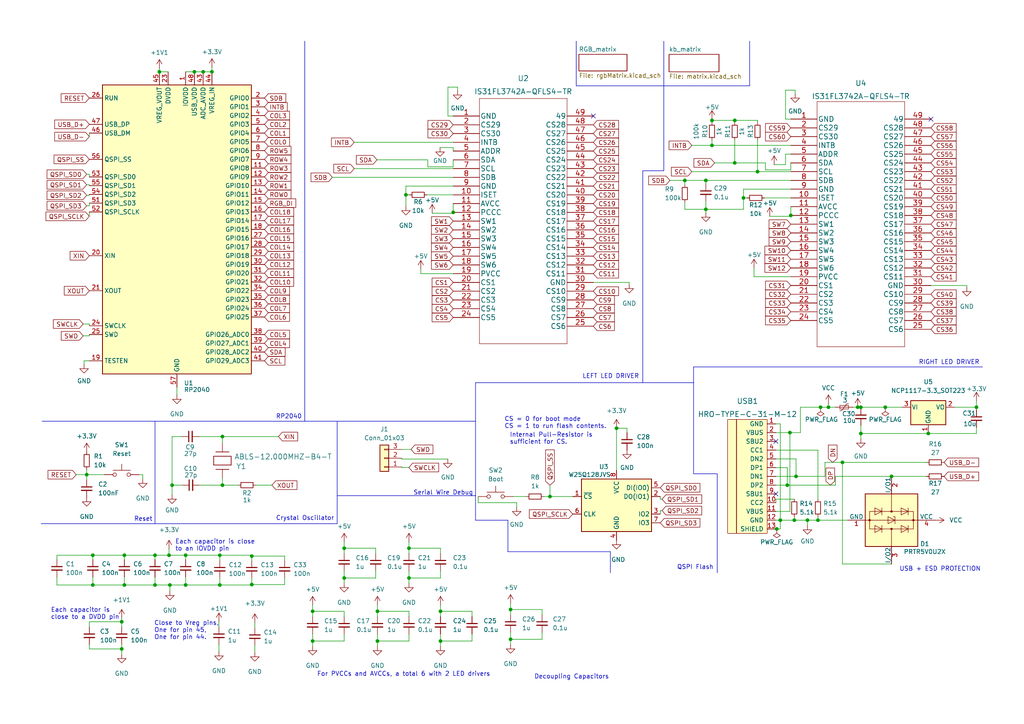
<source format=kicad_sch>
(kicad_sch (version 20230121) (generator eeschema)
  (paper "A4")
  (junction (at 26.924 169.672))
  (junction (at 178.816 124.206))
  (junction (at 269.24 125.73))
  (junction (at 213.1107 34.9187))
  (junction (at 44.958 161.036))
  (junction (at 109.474 185.928))
  (junction (at 90.678 177.292))
  (junction (at 148.082 176.784))
  (junction (at 73.025 161.29))
  (junction (at 240.284 118.11))
  (junction (at 118.618 167.64))
  (junction (at 148.082 185.42))
  (junction (at 127.762 185.928))
  (junction (at 219.71 49.784))
  (junction (at 237.236 150.876))
  (junction (at 73.025 169.545))
  (junction (at 204.724 60.706))
  (junction (at 249.682 125.73))
  (junction (at 90.678 185.928))
  (junction (at 36.068 161.036))
  (junction (at 53.848 161.036))
  (junction (at 237.998 118.11))
  (junction (at 49.022 161.036))
  (junction (at 249.682 118.11))
  (junction (at 63.754 161.036))
  (junction (at 215.646 57.404))
  (junction (at 99.822 159.004))
  (junction (at 283.21 118.11))
  (junction (at 56.388 20.828))
  (junction (at 198.628 52.324))
  (junction (at 25.146 137.668))
  (junction (at 230.886 138.176))
  (junction (at 228.346 140.716))
  (junction (at 61.468 20.828))
  (junction (at 53.848 169.672))
  (junction (at 159.512 144.018))
  (junction (at 35.306 188.214))
  (junction (at 26.924 161.036))
  (junction (at 204.724 52.324))
  (junction (at 229.108 125.476))
  (junction (at 46.228 20.828))
  (junction (at 49.276 169.672))
  (junction (at 117.729 56.515))
  (junction (at 131.445 61.595))
  (junction (at 58.928 20.828))
  (junction (at 226.314 150.876))
  (junction (at 229.362 62.484))
  (junction (at 230.378 150.876))
  (junction (at 244.348 134.112))
  (junction (at 35.306 180.34))
  (junction (at 258.572 138.176))
  (junction (at 206.502 42.164))
  (junction (at 213.106 47.244))
  (junction (at 64.516 126.619))
  (junction (at 109.474 177.292))
  (junction (at 36.068 169.672))
  (junction (at 234.188 150.876))
  (junction (at 49.911 140.716))
  (junction (at 127.762 177.292))
  (junction (at 44.958 169.672))
  (junction (at 256.7688 118.11))
  (junction (at 99.822 167.64))
  (junction (at 63.754 169.672))
  (junction (at 206.502 34.9187))
  (junction (at 118.618 159.004))
  (junction (at 64.516 140.716))
  (junction (at 248.7778 118.11))
  (junction (at 225.298 153.416))
  (no_connect (at 172.085 33.655))
  (no_connect (at 225.044 143.256))
  (no_connect (at 225.044 128.016))
  (no_connect (at 270.002 34.544))
  (wire (pts (xy 117.729 53.975) (xy 117.729 56.515)))
  (wire (pts (xy 283.21 116.332) (xy 283.21 118.11)))
  (wire (pts (xy 172.085 81.915) (xy 182.499 81.915)))
  (wire (pts (xy 229.108 148.336) (xy 225.044 148.336)))
  (wire (pts (xy 219.71 35.56) (xy 219.71 35.1727)))
  (wire (pts (xy 63.754 161.036) (xy 53.848 161.036)))
  (wire (pts (xy 191.516 144.78) (xy 192.024 144.78)))
  (wire (pts (xy 49.022 159.258) (xy 49.022 161.036)))
  (wire (pts (xy 25.908 97.028) (xy 25.908 97.409)))
  (wire (pts (xy 53.848 161.036) (xy 53.848 162.306)))
  (wire (pts (xy 40.386 137.668) (xy 41.402 137.668)))
  (wire (pts (xy 258.572 163.576) (xy 244.348 163.576)))
  (wire (pts (xy 131.445 46.355) (xy 131.445 48.387)))
  (wire (pts (xy 204.724 52.324) (xy 229.362 52.324)))
  (wire (pts (xy 64.516 126.619) (xy 64.516 128.524)))
  (wire (pts (xy 122.047 78.105) (xy 122.047 79.375)))
  (polyline (pts (xy 147.32 160.02) (xy 177.038 160.02)))
  (wire (pts (xy 118.618 177.292) (xy 109.474 177.292)))
  (wire (pts (xy 118.618 167.64) (xy 118.618 169.164)))
  (wire (pts (xy 25.146 136.144) (xy 25.146 137.668)))
  (wire (pts (xy 108.966 159.004) (xy 99.822 159.004)))
  (wire (pts (xy 227.838 26.162) (xy 230.632 26.162)))
  (wire (pts (xy 44.958 169.672) (xy 44.958 167.386)))
  (wire (pts (xy 242.316 138.176) (xy 258.572 138.176)))
  (wire (pts (xy 270.002 82.804) (xy 280.416 82.804)))
  (wire (pts (xy 148.082 176.784) (xy 148.082 178.308)))
  (polyline (pts (xy 192.532 49.53) (xy 186.436 49.53)))
  (wire (pts (xy 131.445 79.375) (xy 122.047 79.375)))
  (wire (pts (xy 125.349 61.849) (xy 131.445 61.849)))
  (wire (pts (xy 225.044 150.876) (xy 226.314 150.876)))
  (wire (pts (xy 280.416 82.804) (xy 280.416 83.312)))
  (wire (pts (xy 73.025 169.545) (xy 73.025 167.64)))
  (wire (pts (xy 230.378 149.86) (xy 230.378 150.876)))
  (wire (pts (xy 131.445 53.975) (xy 117.729 53.975)))
  (wire (pts (xy 178.816 124.206) (xy 178.816 136.398)))
  (wire (pts (xy 225.044 140.716) (xy 228.346 140.716)))
  (wire (pts (xy 127.762 185.928) (xy 136.906 185.928)))
  (wire (pts (xy 90.678 185.928) (xy 90.678 183.896)))
  (wire (pts (xy 283.21 125.73) (xy 269.24 125.73)))
  (wire (pts (xy 35.306 179.324) (xy 35.306 180.34)))
  (polyline (pts (xy 201.168 110.998) (xy 201.168 137.414)))
  (wire (pts (xy 213.106 35.1727) (xy 213.1107 35.1727)))
  (wire (pts (xy 25.908 180.34) (xy 35.306 180.34)))
  (wire (pts (xy 90.678 185.928) (xy 99.822 185.928)))
  (wire (pts (xy 26.924 169.672) (xy 26.924 167.386)))
  (wire (pts (xy 191.516 149.098) (xy 191.516 148.082)))
  (wire (pts (xy 232.156 118.11) (xy 232.156 125.476)))
  (wire (pts (xy 35.306 180.34) (xy 35.306 181.864)))
  (wire (pts (xy 136.906 178.816) (xy 136.906 177.292)))
  (wire (pts (xy 228.346 140.716) (xy 242.316 140.716)))
  (polyline (pts (xy 177.038 160.02) (xy 177.038 166.116)))
  (wire (pts (xy 25.908 93.98) (xy 24.13 93.98)))
  (polyline (pts (xy 201.168 106.426) (xy 284.988 106.426)))
  (wire (pts (xy 116.5589 135.5942) (xy 116.5589 135.4395)))
  (wire (pts (xy 229.108 125.476) (xy 232.156 125.476)))
  (wire (pts (xy 117.729 56.515) (xy 118.745 56.515)))
  (wire (pts (xy 118.618 167.64) (xy 118.618 165.608)))
  (wire (pts (xy 237.998 118.11) (xy 240.284 118.11)))
  (wire (pts (xy 90.678 175.514) (xy 90.678 177.292)))
  (wire (pts (xy 96.393 51.435) (xy 131.445 51.435)))
  (wire (pts (xy 118.618 157.226) (xy 118.618 159.004)))
  (wire (pts (xy 283.21 118.11) (xy 283.21 118.872)))
  (wire (pts (xy 109.347 46.355) (xy 124.079 46.355)))
  (wire (pts (xy 108.966 160.528) (xy 108.966 159.004)))
  (wire (pts (xy 129.8828 133.1469) (xy 116.5589 133.1469)))
  (wire (pts (xy 206.502 34.6085) (xy 206.502 34.9187)))
  (wire (pts (xy 64.516 138.684) (xy 64.516 140.716)))
  (wire (pts (xy 49.911 140.716) (xy 49.911 143.51)))
  (wire (pts (xy 118.5826 135.5942) (xy 116.5589 135.5942)))
  (wire (pts (xy 80.772 126.619) (xy 64.516 126.619)))
  (wire (pts (xy 102.743 41.275) (xy 131.445 41.275)))
  (wire (pts (xy 132.715 25.273) (xy 132.715 26.289)))
  (wire (pts (xy 25.908 51.308) (xy 25.908 50.546)))
  (wire (pts (xy 206.502 40.64) (xy 206.502 42.164)))
  (wire (pts (xy 49.911 140.716) (xy 52.832 140.716)))
  (wire (pts (xy 225.044 138.176) (xy 230.886 138.176)))
  (wire (pts (xy 99.822 167.64) (xy 108.966 167.64)))
  (wire (pts (xy 131.445 59.055) (xy 131.445 61.595)))
  (polyline (pts (xy 44.958 122.174) (xy 44.958 151.892)))
  (wire (pts (xy 25.908 56.642) (xy 25.146 56.642)))
  (wire (pts (xy 230.886 138.176) (xy 239.268 138.176)))
  (wire (pts (xy 127.762 167.64) (xy 127.762 165.608)))
  (wire (pts (xy 237.236 150.876) (xy 245.872 150.876)))
  (wire (pts (xy 157.226 178.308) (xy 157.226 176.784)))
  (wire (pts (xy 213.1107 34.9187) (xy 213.1107 35.1727)))
  (wire (pts (xy 249.682 118.11) (xy 256.7688 118.11)))
  (wire (pts (xy 148.082 185.42) (xy 148.082 186.944)))
  (wire (pts (xy 249.682 118.11) (xy 249.682 118.364)))
  (wire (pts (xy 219.71 35.1727) (xy 219.7147 35.1727)))
  (wire (pts (xy 82.55 162.56) (xy 82.55 161.29)))
  (wire (pts (xy 258.572 138.176) (xy 268.732 138.176)))
  (wire (pts (xy 227.838 34.544) (xy 227.838 26.162)))
  (wire (pts (xy 131.445 61.595) (xy 131.445 61.849)))
  (wire (pts (xy 226.314 150.876) (xy 230.378 150.876)))
  (wire (pts (xy 242.316 140.716) (xy 242.316 138.176)))
  (wire (pts (xy 25.908 188.214) (xy 35.306 188.214)))
  (wire (pts (xy 159.512 140.716) (xy 159.512 144.018)))
  (wire (pts (xy 225.044 144.78) (xy 230.378 144.78)))
  (wire (pts (xy 63.754 162.56) (xy 63.754 161.036)))
  (wire (pts (xy 221.996 49.276) (xy 221.996 47.244)))
  (wire (pts (xy 99.822 185.928) (xy 99.822 183.896)))
  (wire (pts (xy 99.822 177.292) (xy 90.678 177.292)))
  (wire (pts (xy 191.516 144.018) (xy 191.516 144.78)))
  (polyline (pts (xy 132.08 122.174) (xy 97.79 122.174)))
  (wire (pts (xy 182.499 81.915) (xy 182.499 82.423)))
  (wire (pts (xy 232.156 118.11) (xy 237.998 118.11)))
  (wire (pts (xy 166.116 144.018) (xy 159.512 144.018)))
  (polyline (pts (xy 44.958 151.892) (xy 82.296 151.892)))
  (wire (pts (xy 227.838 44.704) (xy 227.838 47.752)))
  (wire (pts (xy 206.502 34.9187) (xy 206.502 35.56)))
  (wire (pts (xy 237.236 150.876) (xy 237.236 149.86)))
  (wire (pts (xy 219.7147 34.9187) (xy 219.7147 35.1727)))
  (wire (pts (xy 82.55 161.29) (xy 73.025 161.29)))
  (wire (pts (xy 26.924 169.672) (xy 16.51 169.672)))
  (wire (pts (xy 123.825 56.515) (xy 131.445 56.515)))
  (polyline (pts (xy 217.424 11.938) (xy 217.424 24.892)))
  (polyline (pts (xy 137.922 110.998) (xy 137.922 122.174)))
  (wire (pts (xy 24.384 104.648) (xy 24.384 105.664)))
  (wire (pts (xy 56.388 20.828) (xy 58.928 20.828)))
  (wire (pts (xy 138.684 145.796) (xy 149.86 145.796)))
  (wire (pts (xy 58.928 20.828) (xy 61.468 20.828)))
  (wire (pts (xy 99.822 160.528) (xy 99.822 159.004)))
  (wire (pts (xy 41.402 138.938) (xy 41.402 137.668)))
  (wire (pts (xy 229.362 62.484) (xy 229.362 62.738)))
  (wire (pts (xy 69.088 140.716) (xy 64.516 140.716)))
  (wire (pts (xy 138.684 144.018) (xy 138.684 145.796)))
  (wire (pts (xy 25.908 97.409) (xy 24.13 97.409)))
  (wire (pts (xy 99.822 167.64) (xy 99.822 169.164)))
  (wire (pts (xy 276.86 118.11) (xy 283.21 118.11)))
  (wire (pts (xy 74.168 140.716) (xy 78.867 140.716)))
  (wire (pts (xy 127.762 185.928) (xy 127.762 183.896)))
  (wire (pts (xy 44.958 162.306) (xy 44.958 161.036)))
  (wire (pts (xy 16.51 161.036) (xy 26.924 161.036)))
  (wire (pts (xy 25.908 186.944) (xy 25.908 188.214)))
  (wire (pts (xy 90.678 178.816) (xy 90.678 177.292)))
  (polyline (pts (xy 201.168 137.414) (xy 208.026 137.414)))
  (wire (pts (xy 35.306 186.944) (xy 35.306 188.214)))
  (wire (pts (xy 25.908 181.864) (xy 25.908 180.34)))
  (wire (pts (xy 198.628 52.324) (xy 198.628 53.594)))
  (wire (pts (xy 229.362 54.864) (xy 215.646 54.864)))
  (wire (pts (xy 49.276 169.672) (xy 44.958 169.672)))
  (wire (pts (xy 249.682 125.73) (xy 249.682 123.444)))
  (wire (pts (xy 118.618 160.528) (xy 118.618 159.004)))
  (polyline (pts (xy 12.192 122.174) (xy 44.958 122.174)))
  (wire (pts (xy 53.848 20.828) (xy 56.388 20.828)))
  (wire (pts (xy 46.228 19.812) (xy 46.228 20.828)))
  (wire (pts (xy 229.108 125.476) (xy 229.108 148.336)))
  (wire (pts (xy 73.025 169.672) (xy 73.025 169.545)))
  (wire (pts (xy 204.724 58.42) (xy 204.724 60.706)))
  (wire (pts (xy 215.646 54.864) (xy 215.646 57.404)))
  (wire (pts (xy 99.822 178.816) (xy 99.822 177.292)))
  (wire (pts (xy 36.068 169.672) (xy 36.068 167.386)))
  (wire (pts (xy 148.082 185.42) (xy 157.226 185.42)))
  (wire (pts (xy 240.284 117.094) (xy 240.284 118.11)))
  (wire (pts (xy 49.911 126.619) (xy 49.911 140.716)))
  (wire (pts (xy 90.678 185.928) (xy 90.678 187.452)))
  (wire (pts (xy 226.314 153.416) (xy 226.314 150.876)))
  (wire (pts (xy 49.022 161.036) (xy 53.848 161.036)))
  (wire (pts (xy 239.268 134.112) (xy 244.348 134.112)))
  (wire (pts (xy 109.474 178.816) (xy 109.474 177.292)))
  (wire (pts (xy 44.958 161.036) (xy 49.022 161.036)))
  (polyline (pts (xy 208.026 137.414) (xy 208.026 166.116)))
  (wire (pts (xy 213.106 35.56) (xy 213.106 35.1727)))
  (wire (pts (xy 225.044 130.556) (xy 237.236 130.556)))
  (polyline (pts (xy 192.532 11.938) (xy 192.532 49.53)))
  (wire (pts (xy 118.618 185.928) (xy 118.618 183.896)))
  (wire (pts (xy 240.284 118.11) (xy 242.316 118.11)))
  (wire (pts (xy 229.362 49.276) (xy 221.996 49.276)))
  (wire (pts (xy 25.908 104.648) (xy 24.384 104.648)))
  (wire (pts (xy 131.445 42.799) (xy 131.445 43.815)))
  (wire (pts (xy 229.362 34.544) (xy 227.838 34.544)))
  (wire (pts (xy 116.5589 130.3595) (xy 119.2009 130.3595)))
  (wire (pts (xy 73.025 161.036) (xy 63.754 161.036)))
  (wire (pts (xy 63.754 169.672) (xy 63.754 167.64)))
  (wire (pts (xy 213.1107 34.9187) (xy 219.7147 34.9187)))
  (wire (pts (xy 198.628 58.674) (xy 198.628 60.706)))
  (wire (pts (xy 148.082 175.006) (xy 148.082 176.784)))
  (wire (pts (xy 157.226 185.42) (xy 157.226 183.388)))
  (wire (pts (xy 191.516 148.082) (xy 192.024 148.082)))
  (wire (pts (xy 82.55 169.545) (xy 82.55 167.64)))
  (wire (pts (xy 36.068 169.672) (xy 26.924 169.672)))
  (wire (pts (xy 204.724 52.324) (xy 204.724 53.34)))
  (wire (pts (xy 225.044 145.796) (xy 225.044 144.78)))
  (polyline (pts (xy 192.532 24.892) (xy 167.132 24.892)))
  (polyline (pts (xy 167.132 11.938) (xy 167.132 24.892)))
  (wire (pts (xy 136.906 185.928) (xy 136.906 183.896)))
  (wire (pts (xy 149.86 145.796) (xy 149.86 147.066)))
  (wire (pts (xy 148.082 185.42) (xy 148.082 183.388)))
  (wire (pts (xy 157.226 176.784) (xy 148.082 176.784)))
  (wire (pts (xy 234.188 150.876) (xy 237.236 150.876)))
  (wire (pts (xy 36.068 161.036) (xy 44.958 161.036)))
  (wire (pts (xy 127.762 177.292) (xy 127.762 178.816)))
  (wire (pts (xy 73.025 162.56) (xy 73.025 161.29)))
  (wire (pts (xy 223.266 62.738) (xy 229.362 62.738)))
  (wire (pts (xy 25.908 56.388) (xy 25.908 56.642)))
  (wire (pts (xy 127.762 185.928) (xy 127.762 187.452)))
  (wire (pts (xy 237.236 144.78) (xy 237.236 130.556)))
  (wire (pts (xy 148.844 144.018) (xy 152.654 144.018)))
  (wire (pts (xy 25.908 50.546) (xy 25.146 50.546)))
  (wire (pts (xy 119.2009 130.3595) (xy 119.2009 130.329)))
  (polyline (pts (xy 82.296 151.892) (xy 97.79 151.892)))
  (wire (pts (xy 25.908 39.624) (xy 25.908 38.608)))
  (wire (pts (xy 99.822 167.64) (xy 99.822 165.608)))
  (wire (pts (xy 99.822 157.226) (xy 99.822 159.004)))
  (wire (pts (xy 244.348 134.112) (xy 268.732 134.112)))
  (wire (pts (xy 247.396 118.11) (xy 248.7778 118.11)))
  (wire (pts (xy 63.5 188.976) (xy 63.5 186.944)))
  (wire (pts (xy 36.068 162.306) (xy 36.068 161.036)))
  (wire (pts (xy 63.5 181.864) (xy 63.5 180.34)))
  (wire (pts (xy 230.632 26.162) (xy 230.632 27.178)))
  (wire (pts (xy 136.906 177.292) (xy 127.762 177.292)))
  (wire (pts (xy 230.886 133.096) (xy 230.886 138.176)))
  (wire (pts (xy 157.734 144.018) (xy 159.512 144.018)))
  (wire (pts (xy 25.908 58.928) (xy 25.908 59.69)))
  (wire (pts (xy 109.474 185.928) (xy 118.618 185.928)))
  (wire (pts (xy 131.445 48.387) (xy 124.079 48.387)))
  (wire (pts (xy 124.079 48.387) (xy 124.079 46.355)))
  (wire (pts (xy 108.966 167.64) (xy 108.966 165.608)))
  (wire (pts (xy 131.445 33.655) (xy 129.921 33.655)))
  (wire (pts (xy 63.754 169.672) (xy 73.025 169.672)))
  (polyline (pts (xy 147.32 150.876) (xy 147.32 160.02)))
  (wire (pts (xy 226.314 150.876) (xy 226.314 122.936)))
  (wire (pts (xy 218.694 77.724) (xy 218.694 80.264)))
  (wire (pts (xy 198.628 52.324) (xy 204.724 52.324)))
  (wire (pts (xy 109.474 175.514) (xy 109.474 177.292)))
  (wire (pts (xy 229.362 59.944) (xy 229.362 62.484)))
  (wire (pts (xy 249.682 127.254) (xy 249.682 125.73)))
  (wire (pts (xy 225.298 153.416) (xy 226.314 153.416)))
  (wire (pts (xy 226.314 122.936) (xy 225.044 122.936)))
  (wire (pts (xy 35.306 188.214) (xy 35.306 189.738)))
  (wire (pts (xy 127.762 160.528) (xy 127.762 159.004)))
  (wire (pts (xy 73.914 182.118) (xy 73.914 180.594)))
  (polyline (pts (xy 201.168 110.998) (xy 201.168 106.426)))
  (wire (pts (xy 53.848 169.672) (xy 53.848 167.386)))
  (polyline (pts (xy 88.392 11.938) (xy 88.392 122.174)))
  (wire (pts (xy 204.724 61.722) (xy 204.724 60.706)))
  (wire (pts (xy 227.838 47.752) (xy 224.536 47.752)))
  (wire (pts (xy 219.71 49.784) (xy 229.362 49.784)))
  (wire (pts (xy 26.924 161.036) (xy 36.068 161.036)))
  (wire (pts (xy 109.474 185.928) (xy 109.474 183.896)))
  (wire (pts (xy 244.348 134.112) (xy 244.348 163.576)))
  (wire (pts (xy 25.146 137.668) (xy 30.226 137.668)))
  (polyline (pts (xy 137.922 143.764) (xy 137.922 150.876)))
  (wire (pts (xy 109.474 185.928) (xy 109.474 187.452)))
  (wire (pts (xy 225.044 153.416) (xy 225.298 153.416)))
  (wire (pts (xy 200.66 42.164) (xy 206.502 42.164)))
  (wire (pts (xy 22.098 137.668) (xy 25.146 137.668)))
  (wire (pts (xy 194.31 52.324) (xy 198.628 52.324)))
  (polyline (pts (xy 137.922 110.998) (xy 201.168 110.998)))
  (wire (pts (xy 213.106 47.244) (xy 221.996 47.244)))
  (wire (pts (xy 127.762 159.004) (xy 118.618 159.004)))
  (wire (pts (xy 25.908 53.594) (xy 25.146 53.594)))
  (wire (pts (xy 16.51 169.672) (xy 16.51 167.386)))
  (wire (pts (xy 204.724 60.706) (xy 215.646 60.706)))
  (wire (pts (xy 206.502 42.164) (xy 229.362 42.164)))
  (polyline (pts (xy 97.79 122.174) (xy 44.958 122.174)))
  (wire (pts (xy 181.864 125.476) (xy 181.864 124.206)))
  (wire (pts (xy 131.445 42.799) (xy 127.635 42.799)))
  (wire (pts (xy 102.743 48.895) (xy 131.445 48.895)))
  (wire (pts (xy 228.346 135.636) (xy 228.346 140.716)))
  (wire (pts (xy 225.044 125.476) (xy 229.108 125.476)))
  (wire (pts (xy 52.705 126.619) (xy 49.911 126.619)))
  (wire (pts (xy 25.908 59.69) (xy 25.146 59.69)))
  (wire (pts (xy 64.516 140.716) (xy 57.912 140.716)))
  (wire (pts (xy 25.908 61.468) (xy 25.908 62.738)))
  (wire (pts (xy 225.044 133.096) (xy 230.886 133.096)))
  (polyline (pts (xy 97.79 151.892) (xy 97.79 122.174)))
  (polyline (pts (xy 97.79 143.764) (xy 132.08 143.764)))
  (wire (pts (xy 44.958 169.672) (xy 36.068 169.672)))
  (wire (pts (xy 234.188 150.876) (xy 234.188 152.4)))
  (wire (pts (xy 129.921 33.655) (xy 129.921 25.273)))
  (wire (pts (xy 129.921 25.273) (xy 132.715 25.273)))
  (wire (pts (xy 53.848 169.672) (xy 63.754 169.672)))
  (wire (pts (xy 229.362 44.704) (xy 227.838 44.704)))
  (wire (pts (xy 25.908 94.488) (xy 25.908 93.98)))
  (wire (pts (xy 198.628 60.706) (xy 204.724 60.706)))
  (wire (pts (xy 229.362 80.264) (xy 218.694 80.264)))
  (wire (pts (xy 73.025 161.29) (xy 73.025 161.036)))
  (wire (pts (xy 248.7778 118.11) (xy 249.682 118.11)))
  (wire (pts (xy 200.66 49.784) (xy 219.71 49.784)))
  (polyline (pts (xy 137.922 143.764) (xy 137.922 122.174)))
  (wire (pts (xy 207.264 47.244) (xy 213.106 47.244)))
  (wire (pts (xy 25.908 53.848) (xy 25.908 53.594)))
  (wire (pts (xy 118.618 178.816) (xy 118.618 177.292)))
  (wire (pts (xy 26.924 162.306) (xy 26.924 161.036)))
  (polyline (pts (xy 186.436 49.53) (xy 186.436 110.998)))
  (polyline (pts (xy 11.938 151.892) (xy 44.958 151.892)))
  (wire (pts (xy 225.044 135.636) (xy 228.346 135.636)))
  (polyline (pts (xy 137.922 122.174) (xy 132.08 122.174)))
  (wire (pts (xy 61.468 19.558) (xy 61.468 20.828)))
  (wire (pts (xy 116.5589 133.1469) (xy 116.5589 132.8995)))
  (wire (pts (xy 57.785 126.619) (xy 64.516 126.619)))
  (wire (pts (xy 213.106 40.64) (xy 213.106 47.244)))
  (wire (pts (xy 221.742 57.404) (xy 229.362 57.404)))
  (wire (pts (xy 118.618 167.64) (xy 127.762 167.64)))
  (wire (pts (xy 283.21 123.952) (xy 283.21 125.73)))
  (wire (pts (xy 215.646 57.404) (xy 215.646 60.706)))
  (wire (pts (xy 73.025 169.545) (xy 82.55 169.545)))
  (wire (pts (xy 256.7688 118.11) (xy 261.62 118.11)))
  (wire (pts (xy 51.308 112.268) (xy 51.308 114.554)))
  (wire (pts (xy 181.864 124.206) (xy 178.816 124.206)))
  (wire (pts (xy 127.762 175.514) (xy 127.762 177.292)))
  (polyline (pts (xy 192.532 24.892) (xy 217.424 24.892)))
  (wire (pts (xy 16.51 162.306) (xy 16.51 161.036)))
  (wire (pts (xy 234.188 150.876) (xy 230.378 150.876)))
  (wire (pts (xy 73.914 189.23) (xy 73.914 187.198)))
  (wire (pts (xy 239.268 138.176) (xy 239.268 134.112)))
  (polyline (pts (xy 132.08 143.764) (xy 137.922 143.764)))
  (wire (pts (xy 46.228 20.828) (xy 48.768 20.828)))
  (polyline (pts (xy 137.922 150.876) (xy 147.32 150.876)))
  (wire (pts (xy 219.71 40.64) (xy 219.71 49.784)))
  (wire (pts (xy 25.146 137.668) (xy 25.146 139.192)))
  (wire (pts (xy 206.502 34.9187) (xy 213.1107 34.9187)))
  (wire (pts (xy 215.646 57.404) (xy 216.662 57.404)))
  (wire (pts (xy 249.682 125.73) (xy 269.24 125.73)))
  (wire (pts (xy 229.362 47.244) (xy 229.362 49.276)))
  (wire (pts (xy 117.729 56.515) (xy 117.729 59.817)))
  (wire (pts (xy 49.276 169.672) (xy 53.848 169.672)))
  (wire (pts (xy 49.276 171.45) (xy 49.276 169.672)))
  (text "LEFT LED DRIVER" (at 168.91 109.982 0) (effects (font (size 1.27 1.27)) (justify left bottom)))
  (text "Close to Vreg pins,\nOne for pin 45,\nOne for pin 44." (at 44.704 185.674 0) (effects (font (size 1.27 1.27)) (justify left bottom)))
  (text "RP2040" (at 80.01 121.666 0) (effects (font (size 1.27 1.27)) (justify left bottom)))
  (text "RIGHT LED DRIVER" (at 266.446 105.918 0) (effects (font (size 1.27 1.27)) (justify left bottom)))
  (text "Internal Pull-Resistor is\nsufficient for CS." (at 147.828 129.032 0) (effects (font (size 1.27 1.27)) (justify left bottom)))
  (text "Decoupling Capacitors" (at 154.94 197.104 0) (effects (font (size 1.27 1.27)) (justify left bottom)))
  (text "Serial Wire Debug" (at 119.888 143.764 0) (effects (font (size 1.27 1.27)) (justify left bottom)))
  (text "Each capacitor is close \nto an IOVDD pin" (at 50.8 160.02 0) (effects (font (size 1.27 1.27)) (justify left bottom)))
  (text "Crystal Oscillator" (at 80.01 151.13 0) (effects (font (size 1.27 1.27)) (justify left bottom)))
  (text "CS = 0 for boot mode\nCS = 1 to run flash contents." (at 146.304 124.46 0) (effects (font (size 1.27 1.27)) (justify left bottom)))
  (text "Reset" (at 38.862 151.384 0) (effects (font (size 1.27 1.27)) (justify left bottom)))
  (text "USB + ESD PROTECTION" (at 260.858 165.862 0) (effects (font (size 1.27 1.27)) (justify left bottom)))
  (text "Each capacitor is\nclose to a DVDD pin" (at 14.732 179.832 0) (effects (font (size 1.27 1.27)) (justify left bottom)))
  (text "QSPI Flash" (at 196.342 165.354 0) (effects (font (size 1.27 1.27)) (justify left bottom)))
  (text "For PVCCs and AVCCs, a total 6 with 2 LED drivers" (at 91.948 196.342 0) (effects (font (size 1.27 1.27)) (justify left bottom)))
  (global_label "CS48" (shape input) (at 270.002 62.484 0) (property "Intersheetrefs" "${INTERSHEET_REFS}" (effects hide)))
  (global_label "QSPI_SCLK" (shape input) (at 25.908 62.738 180) (property "Intersheetrefs" "${INTERSHEET_REFS}" (effects hide)))
  (global_label "QSPI_SD2" (shape input) (at 192.024 148.082 0) (property "Intersheetrefs" "${INTERSHEET_REFS}" (effects hide)))
  (global_label "CS42" (shape input) (at 270.002 77.724 0) (property "Intersheetrefs" "${INTERSHEET_REFS}" (effects hide)))
  (global_label "COL10" (shape input) (at 76.708 81.788 0) (property "Intersheetrefs" "${INTERSHEET_REFS}" (effects hide)))
  (global_label "CS22" (shape input) (at 172.085 51.435 0) (property "Intersheetrefs" "${INTERSHEET_REFS}" (effects hide)))
  (global_label "ROW4" (shape input) (at 76.708 46.228 0) (property "Intersheetrefs" "${INTERSHEET_REFS}" (effects hide)))
  (global_label "CS23" (shape input) (at 172.085 48.895 0) (property "Intersheetrefs" "${INTERSHEET_REFS}" (effects hide)))
  (global_label "CS13" (shape input) (at 172.085 74.295 0) (property "Intersheetrefs" "${INTERSHEET_REFS}" (effects hide)))
  (global_label "RESET" (shape input) (at 25.908 28.448 180) (property "Intersheetrefs" "${INTERSHEET_REFS}" (effects hide)))
  (global_label "SDA" (shape input) (at 109.347 46.355 180) (property "Intersheetrefs" "${INTERSHEET_REFS}" (effects hide)))
  (global_label "CS21" (shape input) (at 172.085 53.975 0) (property "Intersheetrefs" "${INTERSHEET_REFS}" (effects hide)))
  (global_label "QSPI_SD1" (shape input) (at 25.146 53.594 180) (property "Intersheetrefs" "${INTERSHEET_REFS}" (effects hide)))
  (global_label "QSPI_SD0" (shape input) (at 25.146 50.546 180) (property "Intersheetrefs" "${INTERSHEET_REFS}" (effects hide)))
  (global_label "SW5" (shape input) (at 131.445 74.295 180) (property "Intersheetrefs" "${INTERSHEET_REFS}" (effects hide)))
  (global_label "CS5" (shape input) (at 131.445 92.075 180) (property "Intersheetrefs" "${INTERSHEET_REFS}" (effects hide)))
  (global_label "QSPI_SD0" (shape input) (at 191.516 141.478 0) (property "Intersheetrefs" "${INTERSHEET_REFS}" (effects hide)))
  (global_label "ROW1" (shape input) (at 76.708 53.848 0) (property "Intersheetrefs" "${INTERSHEET_REFS}" (effects hide)))
  (global_label "DN" (shape input) (at 241.5223 134.112 90) (property "Intersheetrefs" "${INTERSHEET_REFS}" (effects hide)))
  (global_label "COL18" (shape input) (at 76.708 61.468 0) (property "Intersheetrefs" "${INTERSHEET_REFS}" (effects hide)))
  (global_label "SW2" (shape input) (at 131.445 66.675 180) (property "Intersheetrefs" "${INTERSHEET_REFS}" (effects hide)))
  (global_label "CS24" (shape input) (at 172.085 46.355 0) (property "Intersheetrefs" "${INTERSHEET_REFS}" (effects hide)))
  (global_label "CS54" (shape input) (at 270.002 47.244 0) (property "Intersheetrefs" "${INTERSHEET_REFS}" (effects hide)))
  (global_label "COL11" (shape input) (at 76.708 79.248 0) (property "Intersheetrefs" "${INTERSHEET_REFS}" (effects hide)))
  (global_label "CS10" (shape input) (at 172.085 84.455 0) (property "Intersheetrefs" "${INTERSHEET_REFS}" (effects hide)))
  (global_label "SW3" (shape input) (at 131.445 69.215 180) (property "Intersheetrefs" "${INTERSHEET_REFS}" (effects hide)))
  (global_label "CS34" (shape input) (at 229.362 90.424 180) (property "Intersheetrefs" "${INTERSHEET_REFS}" (effects hide)))
  (global_label "CS37" (shape input) (at 270.002 92.964 0) (property "Intersheetrefs" "${INTERSHEET_REFS}" (effects hide)))
  (global_label "CS45" (shape input) (at 270.002 70.104 0) (property "Intersheetrefs" "${INTERSHEET_REFS}" (effects hide)))
  (global_label "CS58" (shape input) (at 270.002 37.084 0) (property "Intersheetrefs" "${INTERSHEET_REFS}" (effects hide)))
  (global_label "CS38" (shape input) (at 270.002 90.424 0) (property "Intersheetrefs" "${INTERSHEET_REFS}" (effects hide)))
  (global_label "CS6" (shape input) (at 172.085 94.615 0) (property "Intersheetrefs" "${INTERSHEET_REFS}" (effects hide)))
  (global_label "ROW0" (shape input) (at 76.708 56.388 0) (property "Intersheetrefs" "${INTERSHEET_REFS}" (effects hide)))
  (global_label "CS40" (shape input) (at 270.002 85.344 0) (property "Intersheetrefs" "${INTERSHEET_REFS}" (effects hide)))
  (global_label "SW10" (shape input) (at 229.362 72.644 180) (property "Intersheetrefs" "${INTERSHEET_REFS}" (effects hide)))
  (global_label "INTB" (shape input) (at 200.66 42.164 180) (property "Intersheetrefs" "${INTERSHEET_REFS}" (effects hide)))
  (global_label "COL12" (shape input) (at 76.708 76.708 0) (property "Intersheetrefs" "${INTERSHEET_REFS}" (effects hide)))
  (global_label "QSPI_SD3" (shape input) (at 191.516 151.638 0) (property "Intersheetrefs" "${INTERSHEET_REFS}" (effects hide)))
  (global_label "SCL" (shape input) (at 102.743 48.895 180) (property "Intersheetrefs" "${INTERSHEET_REFS}" (effects hide)))
  (global_label "SW12" (shape input) (at 229.362 77.724 180) (property "Intersheetrefs" "${INTERSHEET_REFS}" (effects hide)))
  (global_label "QSPI_SD2" (shape input) (at 25.146 56.642 180) (property "Intersheetrefs" "${INTERSHEET_REFS}" (effects hide)))
  (global_label "CS2" (shape input) (at 131.445 84.455 180) (property "Intersheetrefs" "${INTERSHEET_REFS}" (effects hide)))
  (global_label "CS49" (shape input) (at 270.002 59.944 0) (property "Intersheetrefs" "${INTERSHEET_REFS}" (effects hide)))
  (global_label "COL16" (shape input) (at 76.708 66.548 0) (property "Intersheetrefs" "${INTERSHEET_REFS}" (effects hide)))
  (global_label "COL8" (shape input) (at 76.708 86.868 0) (property "Intersheetrefs" "${INTERSHEET_REFS}" (effects hide)))
  (global_label "CS15" (shape input) (at 172.085 69.215 0) (property "Intersheetrefs" "${INTERSHEET_REFS}" (effects hide)))
  (global_label "CS19" (shape input) (at 172.085 59.055 0) (property "Intersheetrefs" "${INTERSHEET_REFS}" (effects hide)))
  (global_label "CS12" (shape input) (at 172.085 76.835 0) (property "Intersheetrefs" "${INTERSHEET_REFS}" (effects hide)))
  (global_label "CS44" (shape input) (at 270.002 72.644 0) (property "Intersheetrefs" "${INTERSHEET_REFS}" (effects hide)))
  (global_label "CS36" (shape input) (at 270.002 95.504 0) (property "Intersheetrefs" "${INTERSHEET_REFS}" (effects hide)))
  (global_label "CS57" (shape input) (at 270.002 39.624 0) (property "Intersheetrefs" "${INTERSHEET_REFS}" (effects hide)))
  (global_label "USB_D+" (shape input) (at 273.812 138.176 0) (property "Intersheetrefs" "${INTERSHEET_REFS}" (effects hide)))
  (global_label "CS29" (shape input) (at 131.445 36.195 180) (property "Intersheetrefs" "${INTERSHEET_REFS}" (effects hide)))
  (global_label "CS32" (shape input) (at 229.362 85.344 180) (property "Intersheetrefs" "${INTERSHEET_REFS}" (effects hide)))
  (global_label "CS18" (shape input) (at 172.085 61.595 0) (property "Intersheetrefs" "${INTERSHEET_REFS}" (effects hide)))
  (global_label "CS53" (shape input) (at 270.002 49.784 0) (property "Intersheetrefs" "${INTERSHEET_REFS}" (effects hide)))
  (global_label "CS9" (shape input) (at 172.085 86.995 0) (property "Intersheetrefs" "${INTERSHEET_REFS}" (effects hide)))
  (global_label "CS25" (shape input) (at 172.085 43.815 0) (property "Intersheetrefs" "${INTERSHEET_REFS}" (effects hide)))
  (global_label "SCL" (shape input) (at 200.66 49.784 180) (property "Intersheetrefs" "${INTERSHEET_REFS}" (effects hide)))
  (global_label "CS56" (shape input) (at 270.002 42.164 0) (property "Intersheetrefs" "${INTERSHEET_REFS}" (effects hide)))
  (global_label "CS33" (shape input) (at 229.362 87.884 180) (property "Intersheetrefs" "${INTERSHEET_REFS}" (effects hide)))
  (global_label "CS59" (shape input) (at 229.362 37.084 180) (property "Intersheetrefs" "${INTERSHEET_REFS}" (effects hide)))
  (global_label "DP" (shape input) (at 240.8278 140.716 90) (property "Intersheetrefs" "${INTERSHEET_REFS}" (effects hide)))
  (global_label "CS26" (shape input) (at 172.085 41.275 0) (property "Intersheetrefs" "${INTERSHEET_REFS}" (effects hide)))
  (global_label "USB_D-" (shape input) (at 25.908 39.624 180) (property "Intersheetrefs" "${INTERSHEET_REFS}" (effects hide)))
  (global_label "QSPI_SD1" (shape input) (at 192.024 144.78 0) (property "Intersheetrefs" "${INTERSHEET_REFS}" (effects hide)))
  (global_label "ROW2" (shape input) (at 76.708 51.308 0) (property "Intersheetrefs" "${INTERSHEET_REFS}" (effects hide)))
  (global_label "CS28" (shape input) (at 172.085 36.195 0) (property "Intersheetrefs" "${INTERSHEET_REFS}" (effects hide)))
  (global_label "SWCLK" (shape input) (at 118.5826 135.5942 0) (property "Intersheetrefs" "${INTERSHEET_REFS}" (effects hide)))
  (global_label "SW4" (shape input) (at 131.445 71.755 180) (property "Intersheetrefs" "${INTERSHEET_REFS}" (effects hide)))
  (global_label "COL1" (shape input) (at 76.708 38.608 0) (property "Intersheetrefs" "${INTERSHEET_REFS}" (effects hide)))
  (global_label "CS27" (shape input) (at 172.085 38.735 0) (property "Intersheetrefs" "${INTERSHEET_REFS}" (effects hide)))
  (global_label "SDB" (shape input) (at 194.31 52.324 180) (property "Intersheetrefs" "${INTERSHEET_REFS}" (effects hide)))
  (global_label "SDA" (shape input) (at 207.264 47.244 180) (property "Intersheetrefs" "${INTERSHEET_REFS}" (effects hide)))
  (global_label "CS41" (shape input) (at 270.002 80.264 0) (property "Intersheetrefs" "${INTERSHEET_REFS}" (effects hide)))
  (global_label "CS43" (shape input) (at 270.002 75.184 0) (property "Intersheetrefs" "${INTERSHEET_REFS}" (effects hide)))
  (global_label "ROW5" (shape input) (at 76.708 43.688 0) (property "Intersheetrefs" "${INTERSHEET_REFS}" (effects hide)))
  (global_label "SW6" (shape input) (at 131.445 76.835 180) (property "Intersheetrefs" "${INTERSHEET_REFS}" (effects hide)))
  (global_label "CS8" (shape input) (at 172.085 89.535 0) (property "Intersheetrefs" "${INTERSHEET_REFS}" (effects hide)))
  (global_label "CS30" (shape input) (at 131.445 38.735 180) (property "Intersheetrefs" "${INTERSHEET_REFS}" (effects hide)))
  (global_label "SCL" (shape input) (at 76.708 104.648 0) (property "Intersheetrefs" "${INTERSHEET_REFS}" (effects hide)))
  (global_label "SDB" (shape input) (at 96.393 51.435 180) (property "Intersheetrefs" "${INTERSHEET_REFS}" (effects hide)))
  (global_label "SW9" (shape input) (at 229.362 70.104 180) (property "Intersheetrefs" "${INTERSHEET_REFS}" (effects hide)))
  (global_label "SW8" (shape input) (at 229.362 67.564 180) (property "Intersheetrefs" "${INTERSHEET_REFS}" (effects hide)))
  (global_label "CS60" (shape input) (at 229.362 39.624 180) (property "Intersheetrefs" "${INTERSHEET_REFS}" (effects hide)))
  (global_label "CS50" (shape input) (at 270.002 57.404 0) (property "Intersheetrefs" "${INTERSHEET_REFS}" (effects hide)))
  (global_label "CS3" (shape input) (at 131.445 86.995 180) (property "Intersheetrefs" "${INTERSHEET_REFS}" (effects hide)))
  (global_label "XIN" (shape input) (at 80.772 126.619 0) (property "Intersheetrefs" "${INTERSHEET_REFS}" (effects hide)))
  (global_label "USB_D-" (shape input) (at 273.812 134.112 0) (property "Intersheetrefs" "${INTERSHEET_REFS}" (effects hide)))
  (global_label "SDA" (shape input) (at 76.708 102.108 0) (property "Intersheetrefs" "${INTERSHEET_REFS}" (effects hide)))
  (global_label "CS14" (shape input) (at 172.085 71.755 0) (property "Intersheetrefs" "${INTERSHEET_REFS}" (effects hide)))
  (global_label "COL4" (shape input) (at 76.708 99.568 0) (property "Intersheetrefs" "${INTERSHEET_REFS}" (effects hide)))
  (global_label "CS51" (shape input) (at 270.002 54.864 0) (property "Intersheetrefs" "${INTERSHEET_REFS}" (effects hide)))
  (global_label "SDB" (shape input) (at 76.708 28.448 0) (property "Intersheetrefs" "${INTERSHEET_REFS}" (effects hide)))
  (global_label "CS4" (shape input) (at 131.445 89.535 180) (property "Intersheetrefs" "${INTERSHEET_REFS}" (effects hide)))
  (global_label "SW7" (shape input) (at 229.362 65.024 180) (property "Intersheetrefs" "${INTERSHEET_REFS}" (effects hide)))
  (global_label "INTB" (shape input) (at 76.708 30.988 0) (property "Intersheetrefs" "${INTERSHEET_REFS}" (effects hide)))
  (global_label "COL15" (shape input) (at 76.708 69.088 0) (property "Intersheetrefs" "${INTERSHEET_REFS}" (effects hide)))
  (global_label "COL5" (shape input) (at 76.708 97.028 0) (property "Intersheetrefs" "${INTERSHEET_REFS}" (effects hide)))
  (global_label "QSPI_SD3" (shape input) (at 25.146 59.69 180) (property "Intersheetrefs" "${INTERSHEET_REFS}" (effects hide)))
  (global_label "CS7" (shape input) (at 172.085 92.075 0) (property "Intersheetrefs" "${INTERSHEET_REFS}" (effects hide)))
  (global_label "CS52" (shape input) (at 270.002 52.324 0) (property "Intersheetrefs" "${INTERSHEET_REFS}" (effects hide)))
  (global_label "INTB" (shape input) (at 102.743 41.275 180) (property "Intersheetrefs" "${INTERSHEET_REFS}" (effects hide)))
  (global_label "XIN" (shape input) (at 25.908 74.168 180) (property "Intersheetrefs" "${INTERSHEET_REFS}" (effects hide)))
  (global_label "CS1" (shape input) (at 131.445 81.915 180) (property "Intersheetrefs" "${INTERSHEET_REFS}" (effects hide)))
  (global_label "COL17" (shape input) (at 76.708 64.008 0) (property "Intersheetrefs" "${INTERSHEET_REFS}" (effects hide)))
  (global_label "SWD" (shape input) (at 119.2009 130.329 0) (property "Intersheetrefs" "${INTERSHEET_REFS}" (effects hide)))
  (global_label "COL6" (shape input) (at 76.708 91.948 0) (property "Intersheetrefs" "${INTERSHEET_REFS}" (effects hide)))
  (global_label "RGB_DI" (shape input) (at 76.708 58.928 0) (property "Intersheetrefs" "${INTERSHEET_REFS}" (effects hide)))
  (global_label "CS47" (shape input) (at 270.002 65.024 0) (property "Intersheetrefs" "${INTERSHEET_REFS}" (effects hide)))
  (global_label "QSPI_SS" (shape input) (at 159.512 140.716 90) (property "Intersheetrefs" "${INTERSHEET_REFS}" (effects hide)))
  (global_label "CS11" (shape input) (at 172.085 79.375 0) (property "Intersheetrefs" "${INTERSHEET_REFS}" (effects hide)))
  (global_label "SW11" (shape input) (at 229.362 75.184 180) (property "Intersheetrefs" "${INTERSHEET_REFS}" (effects hide)))
  (global_label "XOUT" (shape input) (at 25.908 84.328 180) (property "Intersheetrefs" "${INTERSHEET_REFS}" (effects hide)))
  (global_label "SW1" (shape input) (at 131.445 64.135 180) (property "Intersheetrefs" "${INTERSHEET_REFS}" (effects hide)))
  (global_label "CS46" (shape input) (at 270.002 67.564 0) (property "Intersheetrefs" "${INTERSHEET_REFS}" (effects hide)))
  (global_label "COL0" (shape input) (at 76.708 41.148 0) (property "Intersheetrefs" "${INTERSHEET_REFS}" (effects hide)))
  (global_label "USB_D+" (shape input) (at 25.908 36.068 180) (property "Intersheetrefs" "${INTERSHEET_REFS}" (effects hide)))
  (global_label "RESET" (shape input) (at 22.098 137.668 180) (property "Intersheetrefs" "${INTERSHEET_REFS}" (effects hide)))
  (global_label "CS55" (shape input) (at 270.002 44.704 0) (property "Intersheetrefs" "${INTERSHEET_REFS}" (effects hide)))
  (global_label "CS39" (shape input) (at 270.002 87.884 0) (property "Intersheetrefs" "${INTERSHEET_REFS}" (effects hide)))
  (global_label "COL9" (shape input) (at 76.708 84.328 0) (property "Intersheetrefs" "${INTERSHEET_REFS}" (effects hide)))
  (global_label "CS35" (shape input) (at 229.362 92.964 180) (property "Intersheetrefs" "${INTERSHEET_REFS}" (effects hide)))
  (global_label "COL14" (shape input) (at 76.708 71.628 0) (property "Intersheetrefs" "${INTERSHEET_REFS}" (effects hide)))
  (global_label "CS16" (shape input) (at 172.085 66.675 0) (property "Intersheetrefs" "${INTERSHEET_REFS}" (effects hide)))
  (global_label "QSPI_SCLK" (shape input) (at 166.116 149.098 180) (property "Intersheetrefs" "${INTERSHEET_REFS}" (effects hide)))
  (global_label "SWD" (shape input) (at 24.13 97.409 180) (property "Intersheetrefs" "${INTERSHEET_REFS}" (effects hide)))
  (global_label "COL2" (shape input) (at 76.708 36.068 0) (property "Intersheetrefs" "${INTERSHEET_REFS}" (effects hide)))
  (global_label "CS31" (shape input) (at 229.362 82.804 180) (property "Intersheetrefs" "${INTERSHEET_REFS}" (effects hide)))
  (global_label "XOUT" (shape input) (at 78.867 140.716 0) (property "Intersheetrefs" "${INTERSHEET_REFS}" (effects hide)))
  (global_label "CS20" (shape input) (at 172.085 56.515 0) (property "Intersheetrefs" "${INTERSHEET_REFS}" (effects hide)))
  (global_label "COL7" (shape input) (at 76.708 89.408 0) (property "Intersheetrefs" "${INTERSHEET_REFS}" (effects hide)))
  (global_label "CS17" (shape input) (at 172.085 64.135 0) (property "Intersheetrefs" "${INTERSHEET_REFS}" (effects hide)))
  (global_label "COL13" (shape input) (at 76.708 74.168 0) (property "Intersheetrefs" "${INTERSHEET_REFS}" (effects hide)))
  (global_label "SWCLK" (shape input) (at 24.13 93.98 180) (property "Intersheetrefs" "${INTERSHEET_REFS}" (effects hide)))
  (global_label "ROW3" (shape input) (at 76.708 48.768 0) (property "Intersheetrefs" "${INTERSHEET_REFS}" (effects hide)))
  (global_label "COL3" (shape input) (at 76.708 33.528 0) (property "Intersheetrefs" "${INTERSHEET_REFS}" (effects hide)))
  (global_label "QSPI_SS" (shape input) (at 25.908 46.228 180) (property "Intersheetrefs" "${INTERSHEET_REFS}" (effects hide)))
  (symbol (lib_id "power:VCC") (at 240.284 117.094 0) (unit 1)
    (property "Reference" "#PWR0102" (effects hide))
    (property "Value" "VCC" (at 240.284 112.522 0))
  )
  (symbol (lib_id "power:+5V") (at 109.474 175.514 0) (unit 1)
    (property "Reference" "#PWR024" (effects hide))
    (property "Value" "+5V" (at 109.474 170.942 0))
  )
  (symbol (lib_id "Device:C_Small") (at 25.908 184.404 0) (unit 1)
    (property "Reference" "C3" (at 28.956 183.1402 0) (effects (justify left)))
    (property "Value" "100n" (at 28.956 185.6802 0) (effects (justify left)))
    (property "Footprint" "Capacitor_SMD:C_0805_2012Metric_Pad1.18x1.45mm_HandSolder" (effects hide))
  )
  (symbol (lib_id "power:+5V") (at 148.082 175.006 0) (unit 1)
    (property "Reference" "#PWR034" (effects hide))
    (property "Value" "+5V" (at 148.082 170.434 0))
  )
  (symbol (lib_id "Device:C_Small") (at 136.906 181.356 0) (unit 1)
    (property "Reference" "C25" (at 140.208 180.0922 0) (effects (justify left)))
    (property "Value" "0.1u" (at 140.208 182.6322 0) (effects (justify left)))
    (property "Footprint" "Capacitor_SMD:C_0805_2012Metric_Pad1.18x1.45mm_HandSolder" (effects hide))
  )
  (symbol (lib_id "Device:R_Small") (at 198.628 56.134 0) (unit 1)
    (property "Reference" "R9" (at 192.786 54.864 0) (effects (justify left)))
    (property "Value" "100k" (at 192.786 57.404 0) (effects (justify left)))
    (property "Footprint" "Resistor_SMD:R_0805_2012Metric_Pad1.20x1.40mm_HandSolder" (effects hide))
  )
  (symbol (lib_id "power:+3.3V") (at 73.914 180.594 0) (unit 1)
    (property "Reference" "#PWR015" (effects hide))
    (property "Value" "+3.3V" (at 73.914 175.006 0))
  )
  (symbol (lib_id "Switch:SW_Push") (at 143.764 144.018 0) (unit 1)
    (property "Reference" "SW2" (at 143.764 136.398 0))
    (property "Value" "Boot" (at 143.764 138.938 0))
    (property "Footprint" "Button_Switch_SMD:SW_SPST_SKQG_WithStem" (effects hide))
  )
  (symbol (lib_id "Device:C_Small") (at 109.474 181.356 0) (unit 1)
    (property "Reference" "C20" (at 112.268 180.0922 0) (effects (justify left)))
    (property "Value" "1u" (at 112.268 182.6322 0) (effects (justify left)))
    (property "Footprint" "Capacitor_SMD:C_0805_2012Metric_Pad1.18x1.45mm_HandSolder" (effects hide))
  )
  (symbol (lib_id "Type-C:HRO-TYPE-C-31-M-12") (at 222.504 136.906 0) (unit 1)
    (property "Reference" "USB1" (at 216.789 116.332 0) (effects (font (size 1.524 1.524))))
    (property "Value" "HRO-TYPE-C-31-M-12" (at 216.789 120.142 0) (effects (font (size 1.524 1.524))))
    (property "Footprint" "Type-C:HRO-TYPE-C-31-M-12-HandSoldering" (effects hide))
  )
  (symbol (lib_id "power:+5V") (at 99.822 157.226 0) (unit 1)
    (property "Reference" "#PWR019" (effects hide))
    (property "Value" "+5V" (at 99.822 152.654 0))
  )
  (symbol (lib_id "power:+5V") (at 90.678 175.514 0) (unit 1)
    (property "Reference" "#PWR017" (effects hide))
    (property "Value" "+5V" (at 90.678 170.942 0))
  )
  (symbol (lib_id "power:GND") (at 127.635 42.799 0) (unit 1)
    (property "Reference" "#PWR032" (effects hide))
    (property "Value" "GND" (at 127.635 46.609 0))
  )
  (symbol (lib_id "power:+3.3V") (at 25.146 131.064 0) (unit 1)
    (property "Reference" "#PWR02" (effects hide))
    (property "Value" "+3.3V" (at 25.146 126.492 0))
  )
  (symbol (lib_id "Device:C_Small") (at 283.21 121.412 0) (unit 1)
    (property "Reference" "C31" (at 279.146 119.888 0) (effects (justify left)))
    (property "Value" "10u" (at 279.4 122.936 0) (effects (justify left)))
    (property "Footprint" "Capacitor_SMD:C_0805_2012Metric_Pad1.18x1.45mm_HandSolder" (effects hide))
  )
  (symbol (lib_id "Device:R_Small") (at 213.106 38.1 180) (unit 1)
    (property "Reference" "R11" (at 211.074 38.1 90))
    (property "Value" "1k" (at 208.534 38.1 90))
    (property "Footprint" "Resistor_SMD:R_0805_2012Metric_Pad1.20x1.40mm_HandSolder" (effects hide))
  )
  (symbol (lib_id "Device:C_Small") (at 44.958 164.846 0) (unit 1)
    (property "Reference" "C7" (at 47.498 163.5822 0) (effects (justify left)))
    (property "Value" "100n" (at 47.498 166.1222 0) (effects (justify left)))
    (property "Footprint" "Capacitor_SMD:C_0805_2012Metric_Pad1.18x1.45mm_HandSolder" (effects hide))
  )
  (symbol (lib_id "Device:R_Small") (at 219.202 57.404 90) (mirror x) (unit 1)
    (property "Reference" "R12" (at 219.202 59.436 90))
    (property "Value" "10k" (at 219.202 61.976 90))
    (property "Footprint" "Resistor_SMD:R_0805_2012Metric_Pad1.20x1.40mm_HandSolder" (effects hide))
  )
  (symbol (lib_id "power:GND") (at 127.762 187.452 0) (unit 1)
    (property "Reference" "#PWR031" (effects hide))
    (property "Value" "GND" (at 127.762 193.04 0))
  )
  (symbol (lib_id "power:+5V") (at 218.694 77.724 0) (unit 1)
    (property "Reference" "#PWR043" (effects hide))
    (property "Value" "+5V" (at 218.694 73.914 0))
  )
  (symbol (lib_id "ul_IS31FL3742A-QFLS4-TR:IS31FL3742A-QFLS4-TR") (at 131.445 33.655 0) (unit 1)
    (property "Reference" "U2" (at 151.765 22.733 0) (effects (font (size 1.524 1.524))))
    (property "Value" "IS31FL3742A-QFLS4-TR" (at 151.765 26.543 0) (effects (font (size 1.524 1.524))))
    (property "Footprint" "ul_IS31FL3742A-QFLS4-TR:IS31FL3742A-QFLS4-TR" (effects hide))
  )
  (symbol (lib_id "Regulator_Linear:NCP1117-3.3_SOT223") (at 269.24 118.11 0) (unit 1)
    (property "Reference" "U5" (at 269.24 110.744 0))
    (property "Value" "NCP1117-3.3_SOT223" (at 269.24 113.284 0))
    (property "Footprint" "Package_TO_SOT_SMD:SOT-223-3_TabPin2" (effects hide))
    (property "Datasheet" "http://www.onsemi.com/pub_link/Collateral/NCP1117-D.PDF" (effects hide))
  )
  (symbol (lib_id "power:GND") (at 49.276 171.45 0) (unit 1)
    (property "Reference" "#PWR09" (effects hide))
    (property "Value" "GND" (at 49.276 177.038 0))
  )
  (symbol (lib_id "power:GND") (at 181.864 130.556 0) (unit 1)
    (property "Reference" "#PWR039" (effects hide))
    (property "Value" "GND" (at 181.864 135.636 0))
  )
  (symbol (lib_id "power:GND") (at 118.618 169.164 0) (unit 1)
    (property "Reference" "#PWR027" (effects hide))
    (property "Value" "GND" (at 118.618 174.752 0))
  )
  (symbol (lib_id "Device:R_Small") (at 155.194 144.018 90) (unit 1)
    (property "Reference" "R8" (at 155.194 138.43 90))
    (property "Value" "1k" (at 155.194 140.97 90))
    (property "Footprint" "Resistor_SMD:R_0805_2012Metric_Pad1.20x1.40mm_HandSolder" (effects hide))
  )
  (symbol (lib_id "Device:C_Small") (at 148.082 180.848 0) (unit 1)
    (property "Reference" "C26" (at 151.384 179.5842 0) (effects (justify left)))
    (property "Value" "1u" (at 151.384 182.1242 0) (effects (justify left)))
    (property "Footprint" "Capacitor_SMD:C_0805_2012Metric_Pad1.18x1.45mm_HandSolder" (effects hide))
  )
  (symbol (lib_id "power:+5V") (at 206.502 34.6085 0) (unit 1)
    (property "Reference" "#PWR042" (effects hide))
    (property "Value" "+5V" (at 206.502 31.1087 0))
  )
  (symbol (lib_id "Device:C_Small") (at 25.146 141.732 0) (unit 1)
    (property "Reference" "C2" (at 28.448 140.4682 0) (effects (justify left)))
    (property "Value" "100nF" (at 28.448 143.0082 0) (effects (justify left)))
    (property "Footprint" "Capacitor_SMD:C_0805_2012Metric_Pad1.18x1.45mm_HandSolder" (effects hide))
  )
  (symbol (lib_id "Device:C_Small") (at 63.5 184.404 0) (unit 1)
    (property "Reference" "C11" (at 66.04 183.1402 0) (effects (justify left)))
    (property "Value" "1u" (at 66.04 185.6802 0) (effects (justify left)))
    (property "Footprint" "Capacitor_SMD:C_0805_2012Metric_Pad1.18x1.45mm_HandSolder" (effects hide))
  )
  (symbol (lib_id "power:+3.3V") (at 178.816 124.206 0) (unit 1)
    (property "Reference" "#PWR037" (effects hide))
    (property "Value" "+3.3V" (at 178.816 119.126 0))
  )
  (symbol (lib_id "Device:C_Small") (at 35.306 184.404 0) (unit 1)
    (property "Reference" "C5" (at 37.846 183.1402 0) (effects (justify left)))
    (property "Value" "100n" (at 37.846 185.6802 0) (effects (justify left)))
    (property "Footprint" "Capacitor_SMD:C_0805_2012Metric_Pad1.18x1.45mm_HandSolder" (effects hide))
  )
  (symbol (lib_id "power:GND") (at 109.474 187.452 0) (unit 1)
    (property "Reference" "#PWR025" (effects hide))
    (property "Value" "GND" (at 109.474 193.04 0))
  )
  (symbol (lib_id "power:GND") (at 280.416 83.312 0) (unit 1)
    (property "Reference" "#PWR054" (effects hide))
    (property "Value" "GND" (at 280.416 88.9 0))
  )
  (symbol (lib_id "Device:R_Small") (at 206.502 38.1 180) (unit 1)
    (property "Reference" "R10" (at 204.47 38.1 90))
    (property "Value" "100k" (at 201.93 38.1 90))
    (property "Footprint" "Resistor_SMD:R_0805_2012Metric_Pad1.20x1.40mm_HandSolder" (effects hide))
  )
  (symbol (lib_id "MCU_RaspberryPi:RP2040") (at 51.308 66.548 0) (unit 1)
    (property "Reference" "U1" (at 53.3274 111.102 0) (effects (justify left)))
    (property "Value" "RP2040" (at 53.34 113.03 0) (effects (justify left)))
    (property "Footprint" "Package_DFN_QFN:QFN-56-1EP_7x7mm_P0.4mm_EP3.2x3.2mm" (effects hide))
    (property "Datasheet" "https://datasheets.raspberrypi.com/rp2040/rp2040-datasheet.pdf" (effects hide))
  )
  (symbol (lib_id "Device:C_Small") (at 157.226 180.848 0) (unit 1)
    (property "Reference" "C27" (at 160.274 179.5842 0) (effects (justify left)))
    (property "Value" "0.1u" (at 160.274 182.1242 0) (effects (justify left)))
    (property "Footprint" "Capacitor_SMD:C_0805_2012Metric_Pad1.18x1.45mm_HandSolder" (effects hide))
  )
  (symbol (lib_id "Device:C_Small") (at 249.682 120.904 0) (unit 1)
    (property "Reference" "C30" (at 244.2094 120.0291 0) (effects (justify left)))
    (property "Value" "10u" (at 244.4549 121.9744 0) (effects (justify left)))
    (property "Footprint" "Capacitor_SMD:C_0805_2012Metric_Pad1.18x1.45mm_HandSolder" (effects hide))
  )
  (symbol (lib_id "Device:C_Small") (at 73.025 165.1 0) (unit 1)
    (property "Reference" "C13" (at 75.565 163.8362 0) (effects (justify left)))
    (property "Value" "100n" (at 75.565 166.3762 0) (effects (justify left)))
    (property "Footprint" "Capacitor_SMD:C_0805_2012Metric_Pad1.18x1.45mm_HandSolder" (effects hide))
  )
  (symbol (lib_id "Device:R_Small") (at 25.146 133.604 180) (unit 1)
    (property "Reference" "R1" (at 27.178 132.3339 0) (effects (justify right)))
    (property "Value" "10k" (at 27.178 134.8739 0) (effects (justify right)))
    (property "Footprint" "Resistor_SMD:R_0805_2012Metric_Pad1.20x1.40mm_HandSolder" (effects hide))
  )
  (symbol (lib_id "Power_Protection:PRTR5V0U2X") (at 258.572 150.876 270) (unit 1)
    (property "Reference" "D1" (at 268.224 157.734 90))
    (property "Value" "PRTR5V0U2X" (at 268.224 160.02 90))
    (property "Footprint" "Package_TO_SOT_SMD:SOT-143" (effects hide))
    (property "Datasheet" "https://assets.nexperia.com/documents/data-sheet/PRTR5V0U2X.pdf" (effects hide))
  )
  (symbol (lib_id "Device:C_Small") (at 63.754 165.1 0) (unit 1)
    (property "Reference" "C12" (at 66.294 163.8362 0) (effects (justify left)))
    (property "Value" "100n" (at 66.294 166.3762 0) (effects (justify left)))
    (property "Footprint" "Capacitor_SMD:C_0805_2012Metric_Pad1.18x1.45mm_HandSolder" (effects hide))
  )
  (symbol (lib_id "power:GND") (at 63.5 188.976 0) (unit 1)
    (property "Reference" "#PWR014" (effects hide))
    (property "Value" "GND" (at 63.5 194.564 0))
  )
  (symbol (lib_id "power:GND") (at 182.499 82.423 0) (unit 1)
    (property "Reference" "#PWR040" (effects hide))
    (property "Value" "GND" (at 182.499 88.011 0))
  )
  (symbol (lib_id "ABLS-12MHZ-B4-T:ABLS-12.000MHZ-B4-T") (at 64.516 138.684 90) (unit 1)
    (property "Reference" "Y1" (at 68.453 135.255 90) (effects (font (size 1.524 1.524)) (justify right)))
    (property "Value" "ABLS-12.000MHZ-B4-T" (at 67.945 132.461 90) (effects (font (size 1.524 1.524)) (justify right)))
    (property "Footprint" "ABLS-12-MHZ-B4-T:ABLS-12.000MHZ-B4-T" (effects hide))
  )
  (symbol (lib_id "Switch:SW_Push") (at 35.306 137.668 0) (unit 1)
    (property "Reference" "SW1" (at 35.306 129.032 0))
    (property "Value" "Reset" (at 35.306 131.572 0))
    (property "Footprint" "Button_Switch_SMD:SW_SPST_SKQG_WithStem" (effects hide))
  )
  (symbol (lib_id "power:GND") (at 49.911 143.51 0) (unit 1)
    (property "Reference" "#PWR010" (effects hide))
    (property "Value" "GND" (at 49.911 147.955 0))
  )
  (symbol (lib_id "power:GND") (at 35.306 189.738 0) (unit 1)
    (property "Reference" "#PWR05" (effects hide))
    (property "Value" "GND" (at 35.306 195.326 0))
  )
  (symbol (lib_id "Device:Polyfuse_Small") (at 244.856 118.11 90) (unit 1)
    (property "Reference" "F1" (at 244.856 114.3 90))
    (property "Value" "3" (at 245.11 116.078 90))
    (property "Footprint" "Fuse:Fuse_1206_3216Metric_Pad1.42x1.75mm_HandSolder" (effects hide))
  )
  (symbol (lib_id "power:+5V") (at 223.266 62.738 0) (unit 1)
    (property "Reference" "#PWR044" (effects hide))
    (property "Value" "+5V" (at 223.266 58.928 0))
  )
  (symbol (lib_id "power:GND") (at 73.914 189.23 0) (unit 1)
    (property "Reference" "#PWR016" (effects hide))
    (property "Value" "GND" (at 73.914 194.818 0))
  )
  (symbol (lib_id "power:GND") (at 178.816 156.718 0) (unit 1)
    (property "Reference" "#PWR038" (effects hide))
    (property "Value" "GND" (at 179.324 162.306 0))
  )
  (symbol (lib_id "Device:C_Small") (at 181.864 128.016 0) (unit 1)
    (property "Reference" "C28" (at 184.658 126.7522 0) (effects (justify left)))
    (property "Value" "100n" (at 184.658 129.2922 0) (effects (justify left)))
    (property "Footprint" "Capacitor_SMD:C_0805_2012Metric_Pad1.18x1.45mm_HandSolder" (effects hide))
  )
  (symbol (lib_id "power:GND") (at 117.729 59.817 0) (unit 1)
    (property "Reference" "#PWR022" (effects hide))
    (property "Value" "GND" (at 117.729 65.405 0))
  )
  (symbol (lib_id "Device:C_Small") (at 82.55 165.1 0) (unit 1)
    (property "Reference" "C33" (at 85.09 163.8362 0) (effects (justify left)))
    (property "Value" "100n" (at 85.09 166.3762 0) (effects (justify left)))
    (property "Footprint" "Capacitor_SMD:C_0805_2012Metric_Pad1.18x1.45mm_HandSolder" (effects hide))
  )
  (symbol (lib_id "Device:C_Small") (at 127.762 163.068 0) (unit 1)
    (property "Reference" "C23" (at 131.318 161.8042 0) (effects (justify left)))
    (property "Value" "0.1u" (at 131.318 164.3442 0) (effects (justify left)))
    (property "Footprint" "Capacitor_SMD:C_0805_2012Metric_Pad1.18x1.45mm_HandSolder" (effects hide))
  )
  (symbol (lib_id "power:+5V") (at 118.618 157.226 0) (unit 1)
    (property "Reference" "#PWR026" (effects hide))
    (property "Value" "+5V" (at 118.618 152.654 0))
  )
  (symbol (lib_id "power:+5V") (at 224.536 47.752 0) (unit 1)
    (property "Reference" "#PWR045" (effects hide))
    (property "Value" "+5V" (at 224.536 43.688 0))
  )
  (symbol (lib_id "power:PWR_FLAG") (at 237.998 118.11 180) (unit 1)
    (property "Reference" "#FLG0103" (effects hide))
    (property "Value" "PWR_FLAG" (at 238.252 121.666 0))
  )
  (symbol (lib_id "Connector_Generic:Conn_01x03") (at 111.4789 132.8995 180) (unit 1)
    (property "Reference" "J1" (at 111.4811 124.483 0))
    (property "Value" "Conn_01x03" (at 111.4811 127.023 0))
    (property "Footprint" "Connector_PinHeader_2.54mm:PinHeader_1x03_P2.54mm_Vertical" (effects hide))
  )
  (symbol (lib_id "power:+5V") (at 122.047 78.105 0) (unit 1)
    (property "Reference" "#PWR028" (effects hide))
    (property "Value" "+5V" (at 122.047 74.295 0))
  )
  (symbol (lib_id "power:GND") (at 51.308 114.554 0) (unit 1)
    (property "Reference" "#PWR011" (effects hide))
    (property "Value" "GND" (at 51.308 120.0768 0))
  )
  (symbol (lib_id "power:+3.3V") (at 61.468 19.558 0) (unit 1)
    (property "Reference" "#PWR012" (effects hide))
    (property "Value" "+3.3V" (at 61.468 15.0439 0))
  )
  (symbol (lib_id "power:GND") (at 41.402 138.938 0) (unit 1)
    (property "Reference" "#PWR06" (effects hide))
    (property "Value" "GND" (at 41.402 144.526 0))
  )
  (symbol (lib_id "power:+5V") (at 127.762 175.514 0) (unit 1)
    (property "Reference" "#PWR030" (effects hide))
    (property "Value" "+5V" (at 127.762 170.942 0))
  )
  (symbol (lib_id "Device:C_Small") (at 108.966 163.068 0) (unit 1)
    (property "Reference" "C19" (at 112.268 161.8042 0) (effects (justify left)))
    (property "Value" "0.1u" (at 112.268 164.3442 0) (effects (justify left)))
    (property "Footprint" "Capacitor_SMD:C_0805_2012Metric_Pad1.18x1.45mm_HandSolder" (effects hide))
  )
  (symbol (lib_id "power:GND") (at 149.86 147.066 0) (unit 1)
    (property "Reference" "#PWR036" (effects hide))
    (property "Value" "GND" (at 149.86 152.146 0))
  )
  (symbol (lib_id "Device:C_Small") (at 16.51 164.846 0) (unit 1)
    (property "Reference" "C1" (at 19.05 163.5822 0) (effects (justify left)))
    (property "Value" "100n" (at 19.05 166.1222 0) (effects (justify left)))
    (property "Footprint" "Capacitor_SMD:C_0805_2012Metric_Pad1.18x1.45mm_HandSolder" (effects hide))
  )
  (symbol (lib_id "power:+1V1") (at 63.5 180.34 0) (unit 1)
    (property "Reference" "#PWR048" (effects hide))
    (property "Value" "+1V1" (at 63.5 176.53 0))
  )
  (symbol (lib_id "power:+3.3V") (at 283.21 116.332 0) (unit 1)
    (property "Reference" "#PWR052" (effects hide))
    (property "Value" "+3.3V" (at 283.21 112.776 0))
  )
  (symbol (lib_id "Device:C_Small") (at 118.618 163.068 0) (unit 1)
    (property "Reference" "C21" (at 121.158 161.8042 0) (effects (justify left)))
    (property "Value" "1u" (at 121.158 164.3442 0) (effects (justify left)))
    (property "Footprint" "Capacitor_SMD:C_0805_2012Metric_Pad1.18x1.45mm_HandSolder" (effects hide))
  )
  (symbol (lib_id "Device:R_Small") (at 271.272 134.112 90) (unit 1)
    (property "Reference" "R16" (at 271.272 128.778 90))
    (property "Value" "27" (at 271.272 131.318 90))
    (property "Footprint" "Resistor_SMD:R_0805_2012Metric_Pad1.20x1.40mm_HandSolder" (effects hide))
  )
  (symbol (lib_id "power:GND") (at 230.632 27.178 0) (unit 1)
    (property "Reference" "#PWR047" (effects hide))
    (property "Value" "GND" (at 230.632 32.258 0))
  )
  (symbol (lib_id "Device:C_Small") (at 127.762 181.356 0) (unit 1)
    (property "Reference" "C24" (at 131.318 180.0922 0) (effects (justify left)))
    (property "Value" "1u" (at 131.318 182.6322 0) (effects (justify left)))
    (property "Footprint" "Capacitor_SMD:C_0805_2012Metric_Pad1.18x1.45mm_HandSolder" (effects hide))
  )
  (symbol (lib_id "Device:C_Small") (at 204.724 55.88 0) (unit 1)
    (property "Reference" "C29" (at 207.01 54.61 0) (effects (justify left)))
    (property "Value" "0.1u" (at 207.01 57.15 0) (effects (justify left)))
    (property "Footprint" "Capacitor_SMD:C_0805_2012Metric_Pad1.18x1.45mm_HandSolder" (effects hide))
  )
  (symbol (lib_id "power:GND") (at 249.682 127.254 0) (unit 1)
    (property "Reference" "#PWR049" (effects hide))
    (property "Value" "GND" (at 249.682 132.334 0))
  )
  (symbol (lib_id "Memory_Flash:W25Q128JVS") (at 178.816 146.558 0) (unit 1)
    (property "Reference" "U3" (at 173.736 135.382 0) (effects (justify left)))
    (property "Value" "W25Q128JVS" (at 164.846 137.668 0) (effects (justify left)))
    (property "Footprint" "Package_SO:SOIC-8_5.23x5.23mm_P1.27mm" (effects hide))
    (property "Datasheet" "http://www.winbond.com/resource-files/w25q128jv_dtr%20revc%2003272018%20plus.pdf" (effects hide))
  )
  (symbol (lib_id "power:PWR_FLAG") (at 256.7688 118.11 180) (unit 1)
    (property "Reference" "#FLG0102" (effects hide))
    (property "Value" "PWR_FLAG" (at 256.7688 121.666 0))
  )
  (symbol (lib_id "Device:C_Small") (at 55.245 126.619 90) (unit 1)
    (property "Reference" "C9" (at 55.118 129.667 90))
    (property "Value" "27p" (at 55.245 131.572 90))
    (property "Footprint" "Capacitor_SMD:C_0805_2012Metric_Pad1.18x1.45mm_HandSolder" (effects hide))
  )
  (symbol (lib_id "Device:C_Small") (at 26.924 164.846 0) (unit 1)
    (property "Reference" "C4" (at 29.464 163.5822 0) (effects (justify left)))
    (property "Value" "100n" (at 29.464 166.1222 0) (effects (justify left)))
    (property "Footprint" "Capacitor_SMD:C_0805_2012Metric_Pad1.18x1.45mm_HandSolder" (effects hide))
  )
  (symbol (lib_id "power:VCC") (at 271.272 150.876 270) (unit 1)
    (property "Reference" "#PWR0101" (effects hide))
    (property "Value" "VCC" (at 275.336 150.8759 90) (effects (justify left)))
  )
  (symbol (lib_id "Device:R_Small") (at 271.272 138.176 270) (unit 1)
    (property "Reference" "R17" (at 271.272 140.208 90))
    (property "Value" "27" (at 271.272 142.748 90))
    (property "Footprint" "Resistor_SMD:R_0805_2012Metric_Pad1.20x1.40mm_HandSolder" (effects hide))
  )
  (symbol (lib_id "power:+1V1") (at 35.306 179.324 0) (unit 1)
    (property "Reference" "#PWR04" (effects hide))
    (property "Value" "+1V1" (at 35.306 173.99 0))
  )
  (symbol (lib_id "power:PWR_FLAG") (at 225.298 153.416 180) (unit 1)
    (property "Reference" "#FLG0104" (effects hide))
    (property "Value" "PWR_FLAG" (at 225.298 157.226 0))
  )
  (symbol (lib_id "power:GND") (at 129.8828 133.1469 0) (unit 1)
    (property "Reference" "#PWR013" (effects hide))
    (property "Value" "GND" (at 129.8828 138.43 0))
  )
  (symbol (lib_id "Device:R_Small") (at 71.628 140.716 90) (unit 1)
    (property "Reference" "R2" (at 71.628 143.002 90))
    (property "Value" "1k" (at 71.628 145.034 90))
    (property "Footprint" "Resistor_SMD:R_0805_2012Metric_Pad1.20x1.40mm_HandSolder" (effects hide))
  )
  (symbol (lib_id "power:+1V1") (at 46.228 19.812 0) (unit 1)
    (property "Reference" "#PWR07" (effects hide))
    (property "Value" "+1V1" (at 46.228 15.24 0))
  )
  (symbol (lib_id "power:GND") (at 25.146 144.272 0) (unit 1)
    (property "Reference" "#PWR03" (effects hide))
    (property "Value" "GND" (at 25.146 149.86 0))
  )
  (symbol (lib_id "Device:C_Small") (at 99.822 181.356 0) (unit 1)
    (property "Reference" "C17" (at 103.378 180.0922 0) (effects (justify left)))
    (property "Value" "0.1u" (at 103.378 182.6322 0) (effects (justify left)))
    (property "Footprint" "Capacitor_SMD:C_0805_2012Metric_Pad1.18x1.45mm_HandSolder" (effects hide))
  )
  (symbol (lib_id "power:GND") (at 99.822 169.164 0) (unit 1)
    (property "Reference" "#PWR020" (effects hide))
    (property "Value" "GND" (at 99.822 174.752 0))
  )
  (symbol (lib_id "Device:C_Small") (at 36.068 164.846 0) (unit 1)
    (property "Reference" "C6" (at 38.608 163.5822 0) (effects (justify left)))
    (property "Value" "100n" (at 38.608 166.1222 0) (effects (justify left)))
    (property "Footprint" "Capacitor_SMD:C_0805_2012Metric_Pad1.18x1.45mm_HandSolder" (effects hide))
  )
  (symbol (lib_id "Device:R_Small") (at 230.378 147.32 0) (unit 1)
    (property "Reference" "R14" (at 231.902 146.0499 0) (effects (justify left)))
    (property "Value" "5.1k" (at 231.902 148.5899 0) (effects (justify left)))
    (property "Footprint" "Resistor_SMD:R_0805_2012Metric_Pad1.20x1.40mm_HandSolder" (effects hide))
  )
  (symbol (lib_id "Device:C_Small") (at 99.822 163.068 0) (unit 1)
    (property "Reference" "C16" (at 103.124 161.8042 0) (effects (justify left)))
    (property "Value" "1u" (at 103.124 164.3442 0) (effects (justify left)))
    (property "Footprint" "Capacitor_SMD:C_0805_2012Metric_Pad1.18x1.45mm_HandSolder" (effects hide))
  )
  (symbol (lib_id "Device:C_Small") (at 55.372 140.716 90) (unit 1)
    (property "Reference" "C10" (at 55.245 135.89 90))
    (property "Value" "27p" (at 55.372 137.795 90))
    (property "Footprint" "Capacitor_SMD:C_0805_2012Metric_Pad1.18x1.45mm_HandSolder" (effects hide))
  )
  (symbol (lib_id "power:+3.3V") (at 49.022 159.258 0) (unit 1)
    (property "Reference" "#PWR08" (effects hide))
    (property "Value" "+3.3V" (at 49.022 153.67 0))
  )
  (symbol (lib_id "power:GND") (at 234.188 152.4 0) (unit 1)
    (property "Reference" "#PWR046" (effects hide))
    (property "Value" "GND" (at 234.188 156.972 0))
  )
  (symbol (lib_id "Device:C_Small") (at 118.618 181.356 0) (unit 1)
    (property "Reference" "C22" (at 121.158 180.0922 0) (effects (justify left)))
    (property "Value" "0.1u" (at 121.158 182.6322 0) (effects (justify left)))
    (property "Footprint" "Capacitor_SMD:C_0805_2012Metric_Pad1.18x1.45mm_HandSolder" (effects hide))
  )
  (symbol (lib_id "Device:C_Small") (at 53.848 164.846 0) (unit 1)
    (property "Reference" "C8" (at 56.896 163.5822 0) (effects (justify left)))
    (property "Value" "100n" (at 56.896 166.1222 0) (effects (justify left)))
    (property "Footprint" "Capacitor_SMD:C_0805_2012Metric_Pad1.18x1.45mm_HandSolder" (effects hide))
  )
  (symbol (lib_id "Device:R_Small") (at 219.71 38.1 180) (unit 1)
    (property "Reference" "R13" (at 217.678 38.1 90))
    (property "Value" "1k" (at 215.138 38.1 90))
    (property "Footprint" "Resistor_SMD:R_0805_2012Metric_Pad1.20x1.40mm_HandSolder" (effects hide))
  )
  (symbol (lib_id "power:GND") (at 24.384 105.664 0) (unit 1)
    (property "Reference" "#PWR01" (effects hide))
    (property "Value" "GND" (at 24.384 110.49 0))
  )
  (symbol (lib_id "Device:C_Small") (at 90.678 181.356 0) (unit 1)
    (property "Reference" "C15" (at 93.98 180.0922 0) (effects (justify left)))
    (property "Value" "1u" (at 93.98 182.6322 0) (effects (justify left)))
    (property "Footprint" "Capacitor_SMD:C_0805_2012Metric_Pad1.18x1.45mm_HandSolder" (effects hide))
  )
  (symbol (lib_id "power:GND") (at 90.678 187.452 0) (unit 1)
    (property "Reference" "#PWR018" (effects hide))
    (property "Value" "GND" (at 90.678 193.04 0))
  )
  (symbol (lib_id "power:+5V") (at 125.349 61.849 0) (unit 1)
    (property "Reference" "#PWR029" (effects hide))
    (property "Value" "+5V" (at 125.349 58.039 0))
  )
  (symbol (lib_id "Device:R_Small") (at 237.236 147.32 0) (unit 1)
    (property "Reference" "R15" (at 238.76 146.0499 0) (effects (justify left)))
    (property "Value" "5.1k" (at 238.76 148.5899 0) (effects (justify left)))
    (property "Footprint" "Resistor_SMD:R_0805_2012Metric_Pad1.20x1.40mm_HandSolder" (effects hide))
  )
  (symbol (lib_id "ul_IS31FL3742A-QFLS4-TR:IS31FL3742A-QFLS4-TR") (at 229.362 34.544 0) (unit 1)
    (property "Reference" "U4" (at 249.682 24.13 0) (effects (font (size 1.524 1.524))))
    (property "Value" "IS31FL3742A-QFLS4-TR" (at 249.682 27.94 0) (effects (font (size 1.524 1.524))))
    (property "Footprint" "ul_IS31FL3742A-QFLS4-TR:IS31FL3742A-QFLS4-TR" (effects hide))
  )
  (symbol (lib_id "Device:R_Small") (at 121.285 56.515 270) (unit 1)
    (property "Reference" "R6" (at 121.285 58.547 90))
    (property "Value" "10k" (at 121.285 61.087 90))
    (property "Footprint" "Resistor_SMD:R_0805_2012Metric_Pad1.20x1.40mm_HandSolder" (effects hide))
  )
  (symbol (lib_id "power:GND") (at 148.082 186.944 0) (unit 1)
    (property "Reference" "#PWR035" (effects hide))
    (property "Value" "GND" (at 148.082 192.532 0))
  )
  (symbol (lib_id "Device:C_Small") (at 73.914 184.658 0) (unit 1)
    (property "Reference" "C14" (at 76.454 183.3942 0) (effects (justify left)))
    (property "Value" "1u" (at 76.454 185.9342 0) (effects (justify left)))
    (property "Footprint" "Capacitor_SMD:C_0805_2012Metric_Pad1.18x1.45mm_HandSolder" (effects hide))
  )
  (symbol (lib_id "power:GND") (at 204.724 61.722 0) (unit 1)
    (property "Reference" "#PWR041" (effects hide))
    (property "Value" "GND" (at 204.724 67.31 0))
  )
  (symbol (lib_id "power:GND") (at 132.715 26.289 0) (unit 1)
    (property "Reference" "#PWR033" (effects hide))
    (property "Value" "GND" (at 132.715 31.369 0))
  )
  (symbol (lib_id "power:+5V") (at 248.7778 118.11 0) (unit 1)
    (property "Reference" "#PWR0103" (effects hide))
    (property "Value" "+5V" (at 248.7778 114.046 0))
  )
  (sheet (at 167.894 15.748) (size 13.97 4.826) (stroke (width 0.1524))
    (property "Sheetname" "RGB_matrix" (at 167.894 15.0364 0) (effects (justify left bottom)))
    (property "Sheetfile" "rgbMatrix.kicad_sch" (at 167.894 21.1586 0) (effects (justify left top)))
  )
  (sheet (at 194.056 15.748) (size 14.478 5.08) (stroke (width 0.1524))
    (property "Sheetname" "kb_matrix" (at 194.056 15.0364 0) (effects (justify left bottom)))
    (property "Sheetfile" "matrix.kicad_sch" (at 194.056 21.4126 0) (effects (justify left top)))
  )
)
</source>
